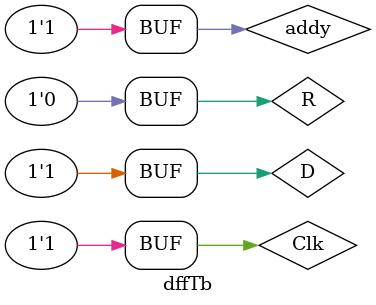
<source format=v>
`timescale 1ns / 1ps
`include "dFlipFLop.v"

module dffTb;

    reg D;
    reg R, Clk, En;
	reg addy;
    wire Q, Qn;
    
    initial
        $monitor ("D = %d, Clk = %b, addy = %b, Q = %b", D, Clk, addy, Q);
    
    initial
    begin
    
        #0
        D = 1'b1;
		R = 1'b0;
		addy = 1'b1;
        Clk = 1'b0;
		
		#10
        D = 1'b1;
		R = 1'b0;
		addy = 1'b1;
        Clk = 1'b1;
        
    end
    
    initial
    begin
        $dumpfile("waveForm.vcd");
        
        $dumpvars(1, dFF);
    end
    
	dFlipFlop dFF (
        .D1(D),
        .Clk(Clk),
        .R(R),
        .Q2(Q),
        .Qn2(Qn)
    );
	
endmodule
</source>
